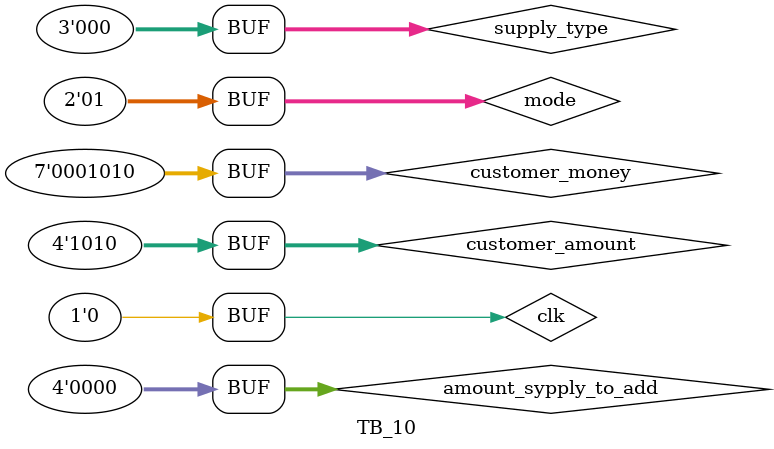
<source format=v>
`timescale 1ns / 1ps


module TB_10;

	// Inputs
	reg [1:0] mode;
	reg clk;
	reg [6:0] customer_money;
	reg [2:0] supply_type;
	reg [3:0] customer_amount;
	reg [3:0] amount_sypply_to_add;

	// Outputs
	wire [6:0] error;
	wire [6:0] machineMoney;

	// Instantiate the Unit Under Test (UUT)
	Main uut (
		.mode(mode), 
		.clk(clk), 
		.customer_money(customer_money), 
		.supply_type(supply_type), 
		.customer_amount(customer_amount), 
		.amount_sypply_to_add(amount_sypply_to_add), 
		.error(error), 
		.machineMoney(machineMoney)
	);

	initial begin
		// Initialize Inputs
		mode = 1;
		clk = 0;
		customer_money = 10;
		supply_type = 0;
		customer_amount = 10;
		amount_sypply_to_add = 0;

		// Wait 100 ns for global reset to finish
		#100;
        
		// Add stimulus here

	end
      
endmodule


</source>
